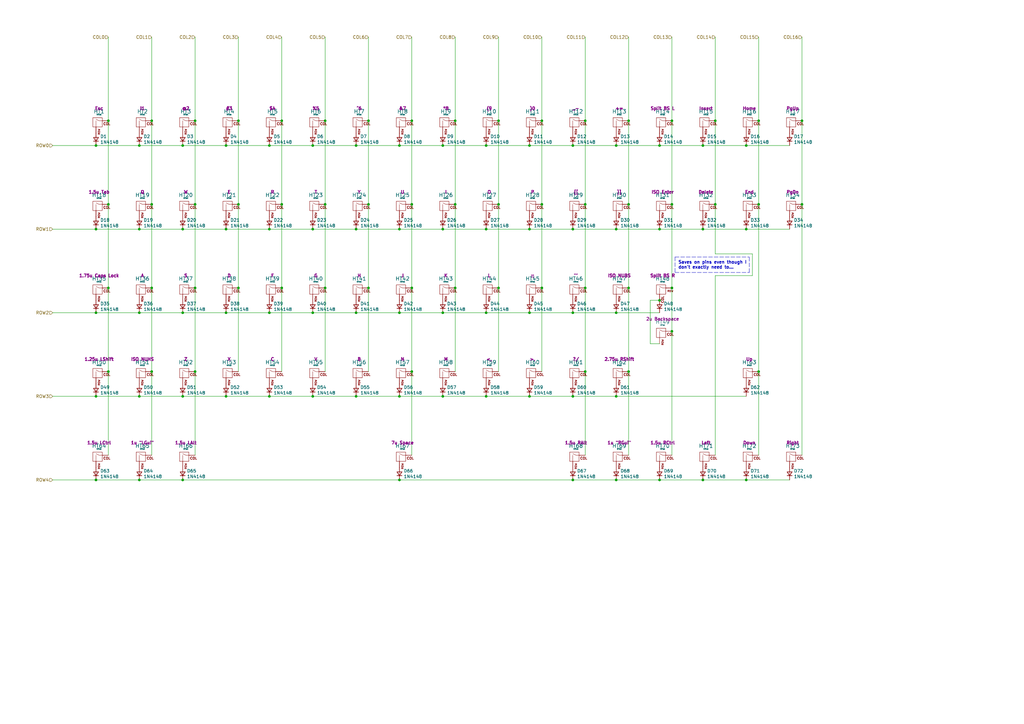
<source format=kicad_sch>
(kicad_sch (version 20211123) (generator eeschema)
  (paper "A3")
  (junction (at 39.37 196.85))
  (junction (at 44.45 49.53))
  (junction (at 146.05 162.56))
  (junction (at 240.03 49.53))
  (junction (at 128.27 59.69))
  (junction (at 186.69 49.53))
  (junction (at 275.59 83.82))
  (junction (at 74.93 162.56))
  (junction (at 257.81 49.53))
  (junction (at 181.61 162.56))
  (junction (at 222.25 83.82))
  (junction (at 234.95 196.85))
  (junction (at 199.39 162.56))
  (junction (at 115.57 83.82))
  (junction (at 133.35 49.53))
  (junction (at 217.17 128.27))
  (junction (at 115.57 118.11))
  (junction (at 181.61 59.69))
  (junction (at 44.45 152.4))
  (junction (at 270.51 196.85))
  (junction (at 222.25 49.53))
  (junction (at 39.37 162.56))
  (junction (at 168.91 152.4))
  (junction (at 92.71 128.27))
  (junction (at 163.83 93.98))
  (junction (at 240.03 152.4))
  (junction (at 328.93 83.82))
  (junction (at 92.71 59.69))
  (junction (at 39.37 59.69))
  (junction (at 128.27 162.56))
  (junction (at 74.93 59.69))
  (junction (at 252.73 59.69))
  (junction (at 74.93 128.27))
  (junction (at 39.37 93.98))
  (junction (at 151.13 83.82))
  (junction (at 62.23 49.53))
  (junction (at 328.93 49.53))
  (junction (at 128.27 93.98))
  (junction (at 110.49 128.27))
  (junction (at 146.05 93.98))
  (junction (at 62.23 152.4))
  (junction (at 57.15 128.27))
  (junction (at 151.13 118.11))
  (junction (at 199.39 93.98))
  (junction (at 133.35 118.11))
  (junction (at 146.05 59.69))
  (junction (at 257.81 83.82))
  (junction (at 163.83 59.69))
  (junction (at 57.15 196.85))
  (junction (at 270.51 123.19))
  (junction (at 168.91 49.53))
  (junction (at 257.81 152.4))
  (junction (at 234.95 59.69))
  (junction (at 110.49 93.98))
  (junction (at 288.29 196.85))
  (junction (at 275.59 118.11))
  (junction (at 163.83 196.85))
  (junction (at 62.23 118.11))
  (junction (at 270.51 59.69))
  (junction (at 240.03 118.11))
  (junction (at 252.73 128.27))
  (junction (at 311.15 49.53))
  (junction (at 74.93 196.85))
  (junction (at 293.37 83.82))
  (junction (at 92.71 93.98))
  (junction (at 92.71 162.56))
  (junction (at 252.73 93.98))
  (junction (at 57.15 93.98))
  (junction (at 240.03 83.82))
  (junction (at 44.45 83.82))
  (junction (at 252.73 162.56))
  (junction (at 62.23 83.82))
  (junction (at 97.79 49.53))
  (junction (at 151.13 49.53))
  (junction (at 181.61 93.98))
  (junction (at 252.73 196.85))
  (junction (at 181.61 128.27))
  (junction (at 288.29 59.69))
  (junction (at 110.49 162.56))
  (junction (at 80.01 152.4))
  (junction (at 168.91 83.82))
  (junction (at 39.37 128.27))
  (junction (at 163.83 162.56))
  (junction (at 288.29 93.98))
  (junction (at 275.59 135.89))
  (junction (at 217.17 59.69))
  (junction (at 74.93 93.98))
  (junction (at 257.81 118.11))
  (junction (at 57.15 162.56))
  (junction (at 146.05 128.27))
  (junction (at 234.95 93.98))
  (junction (at 217.17 162.56))
  (junction (at 270.51 93.98))
  (junction (at 80.01 49.53))
  (junction (at 204.47 83.82))
  (junction (at 80.01 118.11))
  (junction (at 234.95 162.56))
  (junction (at 234.95 128.27))
  (junction (at 186.69 83.82))
  (junction (at 44.45 118.11))
  (junction (at 168.91 118.11))
  (junction (at 133.35 83.82))
  (junction (at 311.15 152.4))
  (junction (at 128.27 128.27))
  (junction (at 97.79 118.11))
  (junction (at 57.15 59.69))
  (junction (at 311.15 83.82))
  (junction (at 163.83 128.27))
  (junction (at 97.79 83.82))
  (junction (at 186.69 118.11))
  (junction (at 293.37 49.53))
  (junction (at 306.07 93.98))
  (junction (at 275.59 49.53))
  (junction (at 222.25 118.11))
  (junction (at 110.49 59.69))
  (junction (at 115.57 49.53))
  (junction (at 199.39 59.69))
  (junction (at 217.17 93.98))
  (junction (at 306.07 196.85))
  (junction (at 80.01 83.82))
  (junction (at 204.47 118.11))
  (junction (at 204.47 49.53))
  (junction (at 306.07 59.69))
  (junction (at 199.39 128.27))
  (wire (pts (xy 270.51 128.27) (xy 252.73 128.27)))
  (wire (pts (xy 44.45 118.11) (xy 44.45 152.4)))
  (wire (pts (xy 257.81 15.24) (xy 257.81 49.53)))
  (wire (pts (xy 151.13 83.82) (xy 151.13 118.11)))
  (wire (pts (xy 39.37 128.27) (xy 21.59 128.27)))
  (wire (pts (xy 217.17 59.69) (xy 199.39 59.69)))
  (wire (pts (xy 57.15 196.85) (xy 39.37 196.85)))
  (wire (pts (xy 222.25 118.11) (xy 222.25 152.4)))
  (wire (pts (xy 234.95 93.98) (xy 217.17 93.98)))
  (wire (pts (xy 222.25 83.82) (xy 222.25 118.11)))
  (wire (pts (xy 74.93 196.85) (xy 163.83 196.85)))
  (wire (pts (xy 74.93 93.98) (xy 57.15 93.98)))
  (wire (pts (xy 186.69 83.82) (xy 186.69 118.11)))
  (wire (pts (xy 270.51 140.97) (xy 266.7 140.97)))
  (wire (pts (xy 151.13 49.53) (xy 151.13 83.82)))
  (wire (pts (xy 311.15 15.24) (xy 311.15 49.53)))
  (wire (pts (xy 181.61 128.27) (xy 163.83 128.27)))
  (wire (pts (xy 323.85 59.69) (xy 306.07 59.69)))
  (wire (pts (xy 266.7 140.97) (xy 266.7 123.19)))
  (wire (pts (xy 146.05 93.98) (xy 128.27 93.98)))
  (wire (pts (xy 328.93 15.24) (xy 328.93 49.53)))
  (wire (pts (xy 110.49 93.98) (xy 92.71 93.98)))
  (wire (pts (xy 44.45 15.24) (xy 44.45 49.53)))
  (wire (pts (xy 234.95 162.56) (xy 217.17 162.56)))
  (wire (pts (xy 80.01 49.53) (xy 80.01 83.82)))
  (wire (pts (xy 234.95 128.27) (xy 217.17 128.27)))
  (wire (pts (xy 57.15 93.98) (xy 39.37 93.98)))
  (wire (pts (xy 151.13 15.24) (xy 151.13 49.53)))
  (wire (pts (xy 204.47 15.24) (xy 204.47 49.53)))
  (wire (pts (xy 110.49 162.56) (xy 92.71 162.56)))
  (wire (pts (xy 328.93 49.53) (xy 328.93 83.82)))
  (wire (pts (xy 44.45 83.82) (xy 44.45 118.11)))
  (wire (pts (xy 275.59 15.24) (xy 275.59 49.53)))
  (polyline (pts (xy 307.34 111.76) (xy 307.34 105.41)))
  (wire (pts (xy 74.93 196.85) (xy 57.15 196.85)))
  (wire (pts (xy 293.37 104.14) (xy 308.61 104.14)))
  (wire (pts (xy 146.05 162.56) (xy 128.27 162.56)))
  (wire (pts (xy 92.71 128.27) (xy 74.93 128.27)))
  (wire (pts (xy 288.29 93.98) (xy 270.51 93.98)))
  (wire (pts (xy 293.37 15.24) (xy 293.37 49.53)))
  (wire (pts (xy 97.79 118.11) (xy 97.79 152.4)))
  (polyline (pts (xy 276.86 105.41) (xy 307.34 105.41)))
  (wire (pts (xy 168.91 118.11) (xy 168.91 152.4)))
  (wire (pts (xy 311.15 152.4) (xy 311.15 186.69)))
  (wire (pts (xy 257.81 118.11) (xy 257.81 152.4)))
  (wire (pts (xy 133.35 49.53) (xy 133.35 83.82)))
  (wire (pts (xy 293.37 113.03) (xy 293.37 186.69)))
  (wire (pts (xy 199.39 128.27) (xy 181.61 128.27)))
  (wire (pts (xy 270.51 93.98) (xy 252.73 93.98)))
  (wire (pts (xy 163.83 59.69) (xy 146.05 59.69)))
  (wire (pts (xy 240.03 152.4) (xy 240.03 186.69)))
  (wire (pts (xy 168.91 15.24) (xy 168.91 49.53)))
  (wire (pts (xy 204.47 49.53) (xy 204.47 83.82)))
  (wire (pts (xy 133.35 118.11) (xy 133.35 152.4)))
  (wire (pts (xy 62.23 83.82) (xy 62.23 118.11)))
  (wire (pts (xy 133.35 15.24) (xy 133.35 49.53)))
  (wire (pts (xy 168.91 83.82) (xy 168.91 118.11)))
  (wire (pts (xy 181.61 93.98) (xy 163.83 93.98)))
  (wire (pts (xy 115.57 83.82) (xy 115.57 118.11)))
  (wire (pts (xy 39.37 59.69) (xy 21.59 59.69)))
  (wire (pts (xy 44.45 49.53) (xy 44.45 83.82)))
  (wire (pts (xy 110.49 128.27) (xy 92.71 128.27)))
  (wire (pts (xy 252.73 128.27) (xy 234.95 128.27)))
  (wire (pts (xy 97.79 83.82) (xy 97.79 118.11)))
  (wire (pts (xy 80.01 83.82) (xy 80.01 118.11)))
  (wire (pts (xy 128.27 128.27) (xy 110.49 128.27)))
  (wire (pts (xy 252.73 196.85) (xy 234.95 196.85)))
  (wire (pts (xy 252.73 93.98) (xy 234.95 93.98)))
  (wire (pts (xy 39.37 162.56) (xy 21.59 162.56)))
  (wire (pts (xy 128.27 59.69) (xy 110.49 59.69)))
  (wire (pts (xy 240.03 118.11) (xy 240.03 152.4)))
  (wire (pts (xy 151.13 118.11) (xy 151.13 152.4)))
  (wire (pts (xy 74.93 128.27) (xy 57.15 128.27)))
  (wire (pts (xy 74.93 59.69) (xy 57.15 59.69)))
  (wire (pts (xy 97.79 49.53) (xy 97.79 83.82)))
  (wire (pts (xy 306.07 59.69) (xy 288.29 59.69)))
  (wire (pts (xy 128.27 93.98) (xy 110.49 93.98)))
  (wire (pts (xy 308.61 104.14) (xy 308.61 113.03)))
  (wire (pts (xy 266.7 123.19) (xy 270.51 123.19)))
  (wire (pts (xy 275.59 135.89) (xy 275.59 186.69)))
  (wire (pts (xy 217.17 93.98) (xy 199.39 93.98)))
  (wire (pts (xy 80.01 118.11) (xy 80.01 152.4)))
  (wire (pts (xy 240.03 49.53) (xy 240.03 83.82)))
  (wire (pts (xy 57.15 128.27) (xy 39.37 128.27)))
  (wire (pts (xy 257.81 49.53) (xy 257.81 83.82)))
  (wire (pts (xy 168.91 152.4) (xy 168.91 186.69)))
  (wire (pts (xy 217.17 162.56) (xy 199.39 162.56)))
  (wire (pts (xy 62.23 49.53) (xy 62.23 83.82)))
  (wire (pts (xy 199.39 93.98) (xy 181.61 93.98)))
  (wire (pts (xy 199.39 59.69) (xy 181.61 59.69)))
  (wire (pts (xy 199.39 162.56) (xy 181.61 162.56)))
  (wire (pts (xy 74.93 162.56) (xy 57.15 162.56)))
  (wire (pts (xy 240.03 83.82) (xy 240.03 118.11)))
  (wire (pts (xy 275.59 118.11) (xy 275.59 135.89)))
  (wire (pts (xy 328.93 83.82) (xy 328.93 186.69)))
  (wire (pts (xy 222.25 15.24) (xy 222.25 49.53)))
  (wire (pts (xy 204.47 83.82) (xy 204.47 118.11)))
  (wire (pts (xy 163.83 162.56) (xy 146.05 162.56)))
  (wire (pts (xy 181.61 162.56) (xy 163.83 162.56)))
  (wire (pts (xy 115.57 118.11) (xy 115.57 152.4)))
  (wire (pts (xy 252.73 162.56) (xy 306.07 162.56)))
  (wire (pts (xy 115.57 15.24) (xy 115.57 49.53)))
  (wire (pts (xy 128.27 162.56) (xy 110.49 162.56)))
  (wire (pts (xy 293.37 83.82) (xy 293.37 104.14)))
  (wire (pts (xy 110.49 59.69) (xy 92.71 59.69)))
  (wire (pts (xy 257.81 152.4) (xy 257.81 186.69)))
  (wire (pts (xy 270.51 196.85) (xy 252.73 196.85)))
  (wire (pts (xy 323.85 93.98) (xy 306.07 93.98)))
  (wire (pts (xy 270.51 59.69) (xy 252.73 59.69)))
  (wire (pts (xy 92.71 59.69) (xy 74.93 59.69)))
  (wire (pts (xy 288.29 196.85) (xy 270.51 196.85)))
  (wire (pts (xy 186.69 15.24) (xy 186.69 49.53)))
  (wire (pts (xy 306.07 196.85) (xy 288.29 196.85)))
  (wire (pts (xy 217.17 128.27) (xy 199.39 128.27)))
  (wire (pts (xy 62.23 15.24) (xy 62.23 49.53)))
  (wire (pts (xy 133.35 83.82) (xy 133.35 118.11)))
  (wire (pts (xy 163.83 128.27) (xy 146.05 128.27)))
  (wire (pts (xy 92.71 162.56) (xy 74.93 162.56)))
  (wire (pts (xy 163.83 196.85) (xy 234.95 196.85)))
  (wire (pts (xy 80.01 15.24) (xy 80.01 49.53)))
  (wire (pts (xy 288.29 59.69) (xy 270.51 59.69)))
  (wire (pts (xy 293.37 49.53) (xy 293.37 83.82)))
  (wire (pts (xy 80.01 152.4) (xy 80.01 186.69)))
  (wire (pts (xy 222.25 49.53) (xy 222.25 83.82)))
  (wire (pts (xy 57.15 59.69) (xy 39.37 59.69)))
  (wire (pts (xy 311.15 49.53) (xy 311.15 83.82)))
  (wire (pts (xy 181.61 59.69) (xy 163.83 59.69)))
  (wire (pts (xy 240.03 15.24) (xy 240.03 49.53)))
  (wire (pts (xy 186.69 118.11) (xy 186.69 152.4)))
  (polyline (pts (xy 276.86 111.76) (xy 307.34 111.76)))
  (wire (pts (xy 62.23 152.4) (xy 62.23 186.69)))
  (wire (pts (xy 146.05 59.69) (xy 128.27 59.69)))
  (wire (pts (xy 252.73 59.69) (xy 234.95 59.69)))
  (wire (pts (xy 252.73 162.56) (xy 234.95 162.56)))
  (wire (pts (xy 44.45 152.4) (xy 44.45 186.69)))
  (wire (pts (xy 186.69 49.53) (xy 186.69 83.82)))
  (wire (pts (xy 257.81 83.82) (xy 257.81 118.11)))
  (wire (pts (xy 168.91 49.53) (xy 168.91 83.82)))
  (wire (pts (xy 97.79 15.24) (xy 97.79 49.53)))
  (wire (pts (xy 306.07 93.98) (xy 288.29 93.98)))
  (wire (pts (xy 62.23 118.11) (xy 62.23 152.4)))
  (polyline (pts (xy 276.86 105.41) (xy 276.86 111.76)))
  (wire (pts (xy 39.37 93.98) (xy 21.59 93.98)))
  (wire (pts (xy 163.83 93.98) (xy 146.05 93.98)))
  (wire (pts (xy 308.61 113.03) (xy 293.37 113.03)))
  (wire (pts (xy 275.59 49.53) (xy 275.59 83.82)))
  (wire (pts (xy 57.15 162.56) (xy 39.37 162.56)))
  (wire (pts (xy 275.59 83.82) (xy 275.59 118.11)))
  (wire (pts (xy 311.15 83.82) (xy 311.15 152.4)))
  (wire (pts (xy 92.71 93.98) (xy 74.93 93.98)))
  (wire (pts (xy 323.85 196.85) (xy 306.07 196.85)))
  (wire (pts (xy 204.47 118.11) (xy 204.47 152.4)))
  (wire (pts (xy 234.95 59.69) (xy 217.17 59.69)))
  (wire (pts (xy 146.05 128.27) (xy 128.27 128.27)))
  (wire (pts (xy 39.37 196.85) (xy 21.59 196.85)))
  (wire (pts (xy 115.57 49.53) (xy 115.57 83.82)))
  (text "Saves on pins even though I\ndon't exactly need to..." (at 278.13 110.49 0) (effects (font (size 1.27 1.27) (thickness 0.254) bold) (justify left bottom)))
  (hierarchical_label "ROW0" (shape input) (at 21.59 59.69 180))
  (hierarchical_label "ROW2" (shape input) (at 21.59 128.27 180))
  (hierarchical_label "COL1" (shape input) (at 62.23 15.24 180))
  (hierarchical_label "COL16" (shape input) (at 328.93 15.24 180))
  (hierarchical_label "ROW3" (shape input) (at 21.59 162.56 180))
  (hierarchical_label "COL12" (shape input) (at 257.81 15.24 180))
  (hierarchical_label "COL14" (shape input) (at 293.37 15.24 180))
  (hierarchical_label "COL9" (shape input) (at 204.47 15.24 180))
  (hierarchical_label "COL4" (shape input) (at 115.57 15.24 180))
  (hierarchical_label "COL10" (shape input) (at 222.25 15.24 180))
  (hierarchical_label "COL13" (shape input) (at 275.59 15.24 180))
  (hierarchical_label "ROW1" (shape input) (at 21.59 93.98 180))
  (hierarchical_label "COL8" (shape input) (at 186.69 15.24 180))
  (hierarchical_label "COL3" (shape input) (at 97.79 15.24 180))
  (hierarchical_label "COL2" (shape input) (at 80.01 15.24 180))
  (hierarchical_label "COL11" (shape input) (at 240.03 15.24 180))
  (hierarchical_label "ROW4" (shape input) (at 21.59 196.85 180))
  (hierarchical_label "COL15" (shape input) (at 311.15 15.24 180))
  (hierarchical_label "COL5" (shape input) (at 133.35 15.24 180))
  (hierarchical_label "COL7" (shape input) (at 168.91 15.24 180))
  (hierarchical_label "COL0" (shape input) (at 44.45 15.24 180))
  (hierarchical_label "COL6" (shape input) (at 151.13 15.24 180))
  (symbol (lib_name "MX-NoLED_2") (lib_id "MX_Alps_Hybrid:MX-NoLED") (at 40.64 50.8 0) (unit 1) (in_bom no)
    (property "Reference" "HT1" (at 40.64 45.72 0) (effects (font (size 1.524 1.524))))
    (property "Value" "HiTek" (at 40.64 46.99 0) (effects (font (size 0.508 0.508))))
    (property "Footprint" "hitek725:Hitek725-1U" (effects hide))
    (property "Key" "Esc" (at 40.64 44.45 0) (effects (font bold)))
  )
  (symbol (lib_name "MX-NoLED_1") (lib_id "MX_Alps_Hybrid:MX-NoLED") (at 58.42 50.8 0) (unit 1) (in_bom no)
    (property "Reference" "HT2" (at 58.42 45.72 0) (effects (font (size 1.524 1.524))))
    (property "Value" "HiTek" (at 58.42 46.99 0) (effects (font (size 0.508 0.508))))
    (property "Footprint" "hitek725:Hitek725-1U" (effects hide))
    (property "Key" "!1" (at 58.42 44.45 0) (effects (font bold)))
  )
  (symbol (lib_id "Device:D_Small") (at 39.37 57.15 90) (unit 1)
    (property "Reference" "D1" (at 41.0972 55.9816 90) (effects (justify right)))
    (property "Value" "1N4148" (at 41.0972 58.293 90) (effects (justify right)))
    (property "Footprint" "random-keyboard-parts:D_SOD-123-Pretty" (effects hide))
  )
  (symbol (lib_id "Device:D_Small") (at 57.15 57.15 90) (unit 1)
    (property "Reference" "D2" (at 58.8772 55.9816 90) (effects (justify right)))
    (property "Value" "1N4148" (at 58.8772 58.293 90) (effects (justify right)))
    (property "Footprint" "random-keyboard-parts:D_SOD-123-Pretty" (effects hide))
  )
  (symbol (lib_name "MX-NoLED_5") (lib_id "MX_Alps_Hybrid:MX-NoLED") (at 76.2 187.96 0) (unit 1) (in_bom no)
    (property "Reference" "HT66" (at 76.2 182.88 0) (effects (font (size 1.524 1.524))))
    (property "Value" "HiTek" (at 76.2 184.15 0) (effects (font (size 0.508 0.508))))
    (property "Footprint" "hitek725:Hitek725-1.5U" (effects hide))
    (property "Key" "1.5u LAlt" (at 76.2 181.61 0) (effects (font bold)))
  )
  (symbol (lib_id "Device:D_Small") (at 74.93 91.44 90) (unit 1)
    (property "Reference" "D20" (at 76.6572 90.2716 90) (effects (justify right)))
    (property "Value" "1N4148" (at 76.6572 92.583 90) (effects (justify right)))
    (property "Footprint" "random-keyboard-parts:D_SOD-123-Pretty" (effects hide))
  )
  (symbol (lib_name "MX-NoLED_8") (lib_id "MX_Alps_Hybrid:MX-NoLED") (at 129.54 85.09 0) (unit 1) (in_bom no)
    (property "Reference" "HT23" (at 129.54 80.01 0) (effects (font (size 1.524 1.524))))
    (property "Value" "HiTek" (at 129.54 81.28 0) (effects (font (size 0.508 0.508))))
    (property "Footprint" "hitek725:Hitek725-1U" (effects hide))
    (property "Key" "T" (at 129.54 78.74 0) (effects (font bold)))
  )
  (symbol (lib_name "MX-NoLED_17") (lib_id "MX_Alps_Hybrid:MX-NoLED") (at 307.34 153.67 0) (unit 1) (in_bom no)
    (property "Reference" "HT63" (at 307.34 148.59 0) (effects (font (size 1.524 1.524))))
    (property "Value" "HiTek" (at 307.34 149.86 0) (effects (font (size 0.508 0.508))))
    (property "Footprint" "hitek725:Hitek725-1U" (effects hide))
    (property "Key" "Up" (at 307.34 147.32 0) (effects (font bold)))
  )
  (symbol (lib_name "MX-NoLED_9") (lib_id "MX_Alps_Hybrid:MX-NoLED") (at 147.32 153.67 0) (unit 1) (in_bom no)
    (property "Reference" "HT56" (at 147.32 148.59 0) (effects (font (size 1.524 1.524))))
    (property "Value" "HiTek" (at 147.32 149.86 0) (effects (font (size 0.508 0.508))))
    (property "Footprint" "hitek725:Hitek725-1U" (effects hide))
    (property "Key" "B" (at 147.32 147.32 0) (effects (font bold)))
  )
  (symbol (lib_id "Device:D_Small") (at 306.07 91.44 90) (unit 1)
    (property "Reference" "D33" (at 307.7972 90.2716 90) (effects (justify right)))
    (property "Value" "1N4148" (at 307.7972 92.583 90) (effects (justify right)))
    (property "Footprint" "random-keyboard-parts:D_SOD-123-Pretty" (effects hide))
  )
  (symbol (lib_name "MX-NoLED_13") (lib_id "MX_Alps_Hybrid:MX-NoLED") (at 218.44 153.67 0) (unit 1) (in_bom no)
    (property "Reference" "HT60" (at 218.44 148.59 0) (effects (font (size 1.524 1.524))))
    (property "Value" "HiTek" (at 218.44 149.86 0) (effects (font (size 0.508 0.508))))
    (property "Footprint" "hitek725:Hitek725-1U" (effects hide))
    (property "Key" ">." (at 218.44 147.32 0) (effects (font bold)))
  )
  (symbol (lib_id "Device:D_Small") (at 323.85 57.15 90) (unit 1)
    (property "Reference" "D17" (at 325.5772 55.9816 90) (effects (justify right)))
    (property "Value" "1N4148" (at 325.5772 58.293 90) (effects (justify right)))
    (property "Footprint" "random-keyboard-parts:D_SOD-123-Pretty" (effects hide))
  )
  (symbol (lib_name "MX-NoLED_7") (lib_id "MX_Alps_Hybrid:MX-NoLED") (at 111.76 85.09 0) (unit 1) (in_bom no)
    (property "Reference" "HT22" (at 111.76 80.01 0) (effects (font (size 1.524 1.524))))
    (property "Value" "HiTek" (at 111.76 81.28 0) (effects (font (size 0.508 0.508))))
    (property "Footprint" "hitek725:Hitek725-1U" (effects hide))
    (property "Key" "R" (at 111.76 78.74 0) (effects (font bold)))
  )
  (symbol (lib_name "MX-NoLED_16") (lib_id "MX_Alps_Hybrid:MX-NoLED") (at 271.78 137.16 0) (unit 1) (in_bom no)
    (property "Reference" "HT49" (at 271.78 132.08 0) (effects (font (size 1.524 1.524))))
    (property "Value" "HiTek" (at 271.78 133.35 0) (effects (font (size 0.508 0.508))))
    (property "Footprint" "hitek725:Hitek725-2U-DudPad" (effects hide))
    (property "Key" "2u Backspace" (at 271.78 130.81 0) (effects (font bold)))
  )
  (symbol (lib_name "MX-NoLED_1") (lib_id "MX_Alps_Hybrid:MX-NoLED") (at 58.42 119.38 0) (unit 1) (in_bom no)
    (property "Reference" "HT36" (at 58.42 114.3 0) (effects (font (size 1.524 1.524))))
    (property "Value" "HiTek" (at 58.42 115.57 0) (effects (font (size 0.508 0.508))))
    (property "Footprint" "hitek725:Hitek725-1U" (effects hide))
    (property "Key" "A" (at 58.42 113.03 0) (effects (font bold)))
  )
  (symbol (lib_name "MX-NoLED_9") (lib_id "MX_Alps_Hybrid:MX-NoLED") (at 147.32 50.8 0) (unit 1) (in_bom no)
    (property "Reference" "HT7" (at 147.32 45.72 0) (effects (font (size 1.524 1.524))))
    (property "Value" "HiTek" (at 147.32 46.99 0) (effects (font (size 0.508 0.508))))
    (property "Footprint" "hitek725:Hitek725-1U" (effects hide))
    (property "Key" "^6" (at 147.32 44.45 0) (effects (font bold)))
  )
  (symbol (lib_name "MX-NoLED_6") (lib_id "MX_Alps_Hybrid:MX-NoLED") (at 93.98 153.67 0) (unit 1) (in_bom no)
    (property "Reference" "HT53" (at 93.98 148.59 0) (effects (font (size 1.524 1.524))))
    (property "Value" "HiTek" (at 93.98 149.86 0) (effects (font (size 0.508 0.508))))
    (property "Footprint" "hitek725:Hitek725-1U" (effects hide))
    (property "Key" "X" (at 93.98 147.32 0) (effects (font bold)))
  )
  (symbol (lib_id "Device:D_Small") (at 146.05 160.02 90) (unit 1)
    (property "Reference" "D55" (at 147.7772 158.8516 90) (effects (justify right)))
    (property "Value" "1N4148" (at 147.7772 161.163 90) (effects (justify right)))
    (property "Footprint" "random-keyboard-parts:D_SOD-123-Pretty" (effects hide))
  )
  (symbol (lib_id "Device:D_Small") (at 217.17 91.44 90) (unit 1)
    (property "Reference" "D28" (at 218.8972 90.2716 90) (effects (justify right)))
    (property "Value" "1N4148" (at 218.8972 92.583 90) (effects (justify right)))
    (property "Footprint" "random-keyboard-parts:D_SOD-123-Pretty" (effects hide))
  )
  (symbol (lib_id "Device:D_Small") (at 234.95 125.73 90) (unit 1)
    (property "Reference" "D46" (at 236.6772 124.5616 90) (effects (justify right)))
    (property "Value" "1N4148" (at 236.6772 126.873 90) (effects (justify right)))
    (property "Footprint" "random-keyboard-parts:D_SOD-123-Pretty" (effects hide))
  )
  (symbol (lib_name "MX-NoLED_9") (lib_id "MX_Alps_Hybrid:MX-NoLED") (at 147.32 85.09 0) (unit 1) (in_bom no)
    (property "Reference" "HT24" (at 147.32 80.01 0) (effects (font (size 1.524 1.524))))
    (property "Value" "HiTek" (at 147.32 81.28 0) (effects (font (size 0.508 0.508))))
    (property "Footprint" "hitek725:Hitek725-1U" (effects hide))
    (property "Key" "Y" (at 147.32 78.74 0) (effects (font bold)))
  )
  (symbol (lib_name "MX-NoLED_5") (lib_id "MX_Alps_Hybrid:MX-NoLED") (at 76.2 50.8 0) (unit 1) (in_bom no)
    (property "Reference" "HT3" (at 76.2 45.72 0) (effects (font (size 1.524 1.524))))
    (property "Value" "HiTek" (at 76.2 46.99 0) (effects (font (size 0.508 0.508))))
    (property "Footprint" "hitek725:Hitek725-1U" (effects hide))
    (property "Key" "@2" (at 76.2 44.45 0) (effects (font bold)))
  )
  (symbol (lib_id "Device:D_Small") (at 323.85 91.44 90) (unit 1)
    (property "Reference" "D34" (at 325.5772 90.2716 90) (effects (justify right)))
    (property "Value" "1N4148" (at 325.5772 92.583 90) (effects (justify right)))
    (property "Footprint" "random-keyboard-parts:D_SOD-123-Pretty" (effects hide))
  )
  (symbol (lib_id "Device:D_Small") (at 74.93 125.73 90) (unit 1)
    (property "Reference" "D37" (at 76.6572 124.5616 90) (effects (justify right)))
    (property "Value" "1N4148" (at 76.6572 126.873 90) (effects (justify right)))
    (property "Footprint" "random-keyboard-parts:D_SOD-123-Pretty" (effects hide))
  )
  (symbol (lib_name "MX-NoLED_18") (lib_id "MX_Alps_Hybrid:MX-NoLED") (at 289.56 187.96 0) (unit 1) (in_bom no)
    (property "Reference" "HT71" (at 289.56 182.88 0) (effects (font (size 1.524 1.524))))
    (property "Value" "HiTek" (at 289.56 184.15 0) (effects (font (size 0.508 0.508))))
    (property "Footprint" "hitek725:Hitek725-1U" (effects hide))
    (property "Key" "Left" (at 289.56 181.61 0) (effects (font bold)))
  )
  (symbol (lib_id "Device:D_Small") (at 163.83 57.15 90) (unit 1)
    (property "Reference" "D8" (at 165.5572 55.9816 90) (effects (justify right)))
    (property "Value" "1N4148" (at 165.5572 58.293 90) (effects (justify right)))
    (property "Footprint" "random-keyboard-parts:D_SOD-123-Pretty" (effects hide))
  )
  (symbol (lib_id "Device:D_Small") (at 234.95 91.44 90) (unit 1)
    (property "Reference" "D29" (at 236.6772 90.2716 90) (effects (justify right)))
    (property "Value" "1N4148" (at 236.6772 92.583 90) (effects (justify right)))
    (property "Footprint" "random-keyboard-parts:D_SOD-123-Pretty" (effects hide))
  )
  (symbol (lib_name "MX-NoLED_15") (lib_id "MX_Alps_Hybrid:MX-NoLED") (at 236.22 187.96 0) (unit 1) (in_bom no)
    (property "Reference" "HT68" (at 236.22 182.88 0) (effects (font (size 1.524 1.524))))
    (property "Value" "HiTek" (at 236.22 184.15 0) (effects (font (size 0.508 0.508))))
    (property "Footprint" "hitek725:Hitek725-1.5U" (effects hide))
    (property "Key" "1.5u RAlt" (at 236.22 181.61 0) (effects (font bold)))
  )
  (symbol (lib_id "Device:D_Small") (at 39.37 194.31 90) (unit 1)
    (property "Reference" "D63" (at 41.0972 193.1416 90) (effects (justify right)))
    (property "Value" "1N4148" (at 41.0972 195.453 90) (effects (justify right)))
    (property "Footprint" "random-keyboard-parts:D_SOD-123-Pretty" (effects hide))
  )
  (symbol (lib_name "MX-NoLED_16") (lib_id "MX_Alps_Hybrid:MX-NoLED") (at 271.78 187.96 0) (unit 1) (in_bom no)
    (property "Reference" "HT70" (at 271.78 182.88 0) (effects (font (size 1.524 1.524))))
    (property "Value" "HiTek" (at 271.78 184.15 0) (effects (font (size 0.508 0.508))))
    (property "Footprint" "hitek725:Hitek725-1.5U" (effects hide))
    (property "Key" "1.5u RCtrl" (at 271.78 181.61 0) (effects (font bold)))
  )
  (symbol (lib_id "Device:D_Small") (at 252.73 125.73 90) (unit 1)
    (property "Reference" "D47" (at 254.4572 124.5616 90) (effects (justify right)))
    (property "Value" "1N4148" (at 254.4572 126.873 90) (effects (justify right)))
    (property "Footprint" "random-keyboard-parts:D_SOD-123-Pretty" (effects hide))
  )
  (symbol (lib_id "Device:D_Small") (at 57.15 91.44 90) (unit 1)
    (property "Reference" "D19" (at 58.8772 90.2716 90) (effects (justify right)))
    (property "Value" "1N4148" (at 58.8772 92.583 90) (effects (justify right)))
    (property "Footprint" "random-keyboard-parts:D_SOD-123-Pretty" (effects hide))
  )
  (symbol (lib_id "Device:D_Small") (at 270.51 91.44 90) (unit 1)
    (property "Reference" "D31" (at 272.2372 90.2716 90) (effects (justify right)))
    (property "Value" "1N4148" (at 272.2372 92.583 90) (effects (justify right)))
    (property "Footprint" "random-keyboard-parts:D_SOD-123-Pretty" (effects hide))
  )
  (symbol (lib_id "Device:D_Small") (at 306.07 57.15 90) (unit 1)
    (property "Reference" "D16" (at 307.7972 55.9816 90) (effects (justify right)))
    (property "Value" "1N4148" (at 307.7972 58.293 90) (effects (justify right)))
    (property "Footprint" "random-keyboard-parts:D_SOD-123-Pretty" (effects hide))
  )
  (symbol (lib_id "Device:D_Small") (at 163.83 91.44 90) (unit 1)
    (property "Reference" "D25" (at 165.5572 90.2716 90) (effects (justify right)))
    (property "Value" "1N4148" (at 165.5572 92.583 90) (effects (justify right)))
    (property "Footprint" "random-keyboard-parts:D_SOD-123-Pretty" (effects hide))
  )
  (symbol (lib_name "MX-NoLED_13") (lib_id "MX_Alps_Hybrid:MX-NoLED") (at 218.44 85.09 0) (unit 1) (in_bom no)
    (property "Reference" "HT28" (at 218.44 80.01 0) (effects (font (size 1.524 1.524))))
    (property "Value" "HiTek" (at 218.44 81.28 0) (effects (font (size 0.508 0.508))))
    (property "Footprint" "hitek725:Hitek725-1U" (effects hide))
    (property "Key" "P" (at 218.44 78.74 0) (effects (font bold)))
  )
  (symbol (lib_name "MX-NoLED_7") (lib_id "MX_Alps_Hybrid:MX-NoLED") (at 111.76 119.38 0) (unit 1) (in_bom no)
    (property "Reference" "HT39" (at 111.76 114.3 0) (effects (font (size 1.524 1.524))))
    (property "Value" "HiTek" (at 111.76 115.57 0) (effects (font (size 0.508 0.508))))
    (property "Footprint" "hitek725:Hitek725-1U" (effects hide))
    (property "Key" "F" (at 111.76 113.03 0) (effects (font bold)))
  )
  (symbol (lib_id "Device:D_Small") (at 74.93 57.15 90) (unit 1)
    (property "Reference" "D3" (at 76.6572 55.9816 90) (effects (justify right)))
    (property "Value" "1N4148" (at 76.6572 58.293 90) (effects (justify right)))
    (property "Footprint" "random-keyboard-parts:D_SOD-123-Pretty" (effects hide))
  )
  (symbol (lib_name "MX-NoLED_5") (lib_id "MX_Alps_Hybrid:MX-NoLED") (at 76.2 85.09 0) (unit 1) (in_bom no)
    (property "Reference" "HT20" (at 76.2 80.01 0) (effects (font (size 1.524 1.524))))
    (property "Value" "HiTek" (at 76.2 81.28 0) (effects (font (size 0.508 0.508))))
    (property "Footprint" "hitek725:Hitek725-1U" (effects hide))
    (property "Key" "W" (at 76.2 78.74 0) (effects (font bold)))
  )
  (symbol (lib_name "MX-NoLED_10") (lib_id "MX_Alps_Hybrid:MX-NoLED") (at 165.1 119.38 0) (unit 1) (in_bom no)
    (property "Reference" "HT42" (at 165.1 114.3 0) (effects (font (size 1.524 1.524))))
    (property "Value" "HiTek" (at 165.1 115.57 0) (effects (font (size 0.508 0.508))))
    (property "Footprint" "hitek725:Hitek725-1U" (effects hide))
    (property "Key" "J" (at 165.1 113.03 0) (effects (font bold)))
  )
  (symbol (lib_name "MX-NoLED_8") (lib_id "MX_Alps_Hybrid:MX-NoLED") (at 129.54 119.38 0) (unit 1) (in_bom no)
    (property "Reference" "HT40" (at 129.54 114.3 0) (effects (font (size 1.524 1.524))))
    (property "Value" "HiTek" (at 129.54 115.57 0) (effects (font (size 0.508 0.508))))
    (property "Footprint" "hitek725:Hitek725-1U" (effects hide))
    (property "Key" "G" (at 129.54 113.03 0) (effects (font bold)))
  )
  (symbol (lib_name "MX-NoLED_12") (lib_id "MX_Alps_Hybrid:MX-NoLED") (at 200.66 119.38 0) (unit 1) (in_bom no)
    (property "Reference" "HT44" (at 200.66 114.3 0) (effects (font (size 1.524 1.524))))
    (property "Value" "HiTek" (at 200.66 115.57 0) (effects (font (size 0.508 0.508))))
    (property "Footprint" "hitek725:Hitek725-1U" (effects hide))
    (property "Key" "L" (at 200.66 113.03 0) (effects (font bold)))
  )
  (symbol (lib_id "Device:D_Small") (at 92.71 160.02 90) (unit 1)
    (property "Reference" "D52" (at 94.4372 158.8516 90) (effects (justify right)))
    (property "Value" "1N4148" (at 94.4372 161.163 90) (effects (justify right)))
    (property "Footprint" "random-keyboard-parts:D_SOD-123-Pretty" (effects hide))
  )
  (symbol (lib_id "Device:D_Small") (at 234.95 194.31 90) (unit 1)
    (property "Reference" "D67" (at 236.6772 193.1416 90) (effects (justify right)))
    (property "Value" "1N4148" (at 236.6772 195.453 90) (effects (justify right)))
    (property "Footprint" "random-keyboard-parts:D_SOD-123-Pretty" (effects hide))
  )
  (symbol (lib_id "Device:D_Small") (at 234.95 160.02 90) (unit 1)
    (property "Reference" "D60" (at 236.6772 158.8516 90) (effects (justify right)))
    (property "Value" "1N4148" (at 236.6772 161.163 90) (effects (justify right)))
    (property "Footprint" "random-keyboard-parts:D_SOD-123-Pretty" (effects hide))
  )
  (symbol (lib_id "Device:D_Small") (at 270.51 57.15 90) (unit 1)
    (property "Reference" "D14" (at 272.2372 55.9816 90) (effects (justify right)))
    (property "Value" "1N4148" (at 272.2372 58.293 90) (effects (justify right)))
    (property "Footprint" "random-keyboard-parts:D_SOD-123-Pretty" (effects hide))
  )
  (symbol (lib_id "Device:D_Small") (at 110.49 91.44 90) (unit 1)
    (property "Reference" "D22" (at 112.2172 90.2716 90) (effects (justify right)))
    (property "Value" "1N4148" (at 112.2172 92.583 90) (effects (justify right)))
    (property "Footprint" "random-keyboard-parts:D_SOD-123-Pretty" (effects hide))
  )
  (symbol (lib_name "MX-NoLED_2") (lib_id "MX_Alps_Hybrid:MX-NoLED") (at 40.64 153.67 0) (unit 1) (in_bom no)
    (property "Reference" "HT50" (at 40.64 148.59 0) (effects (font (size 1.524 1.524))))
    (property "Value" "HiTek" (at 40.64 149.86 0) (effects (font (size 0.508 0.508))))
    (property "Footprint" "hitek725:Hitek725-1.25U" (effects hide))
    (property "Key" "1.25u LShift" (at 40.64 147.32 0) (effects (font bold)))
  )
  (symbol (lib_name "MX-NoLED_6") (lib_id "MX_Alps_Hybrid:MX-NoLED") (at 93.98 119.38 0) (unit 1) (in_bom no)
    (property "Reference" "HT38" (at 93.98 114.3 0) (effects (font (size 1.524 1.524))))
    (property "Value" "HiTek" (at 93.98 115.57 0) (effects (font (size 0.508 0.508))))
    (property "Footprint" "hitek725:Hitek725-1U" (effects hide))
    (property "Key" "D" (at 93.98 113.03 0) (effects (font bold)))
  )
  (symbol (lib_id "MX_Alps_Hybrid:MX-NoLED-FLIPPED") (at 271.78 119.38 0) (unit 1) (in_bom no)
    (property "Reference" "HT48" (at 271.78 114.3 0) (effects (font (size 1.524 1.524))))
    (property "Value" "HiTek" (at 271.78 115.57 0) (effects (font (size 0.508 0.508))))
    (property "Footprint" "hitek725:Hitek725-1U" (effects hide))
    (property "Key" "Split BS R" (at 271.78 113.03 0) (effects (font bold)))
  )
  (symbol (lib_name "MX-NoLED_13") (lib_id "MX_Alps_Hybrid:MX-NoLED") (at 218.44 119.38 0) (unit 1) (in_bom no)
    (property "Reference" "HT45" (at 218.44 114.3 0) (effects (font (size 1.524 1.524))))
    (property "Value" "HiTek" (at 218.44 115.57 0) (effects (font (size 0.508 0.508))))
    (property "Footprint" "hitek725:Hitek725-1U" (effects hide))
    (property "Key" ":;" (at 218.44 113.03 0) (effects (font bold)))
  )
  (symbol (lib_id "Device:D_Small") (at 181.61 125.73 90) (unit 1)
    (property "Reference" "D43" (at 183.3372 124.5616 90) (effects (justify right)))
    (property "Value" "1N4148" (at 183.3372 126.873 90) (effects (justify right)))
    (property "Footprint" "random-keyboard-parts:D_SOD-123-Pretty" (effects hide))
  )
  (symbol (lib_id "Device:D_Small") (at 146.05 57.15 90) (unit 1)
    (property "Reference" "D7" (at 147.7772 55.9816 90) (effects (justify right)))
    (property "Value" "1N4148" (at 147.7772 58.293 90) (effects (justify right)))
    (property "Footprint" "random-keyboard-parts:D_SOD-123-Pretty" (effects hide))
  )
  (symbol (lib_name "MX-NoLED_11") (lib_id "MX_Alps_Hybrid:MX-NoLED") (at 182.88 153.67 0) (unit 1) (in_bom no)
    (property "Reference" "HT58" (at 182.88 148.59 0) (effects (font (size 1.524 1.524))))
    (property "Value" "HiTek" (at 182.88 149.86 0) (effects (font (size 0.508 0.508))))
    (property "Footprint" "hitek725:Hitek725-1U" (effects hide))
    (property "Key" "M" (at 182.88 147.32 0) (effects (font bold)))
  )
  (symbol (lib_name "MX-NoLED_17") (lib_id "MX_Alps_Hybrid:MX-NoLED") (at 307.34 50.8 0) (unit 1) (in_bom no)
    (property "Reference" "HT16" (at 307.34 45.72 0) (effects (font (size 1.524 1.524))))
    (property "Value" "HiTek" (at 307.34 46.99 0) (effects (font (size 0.508 0.508))))
    (property "Footprint" "hitek725:Hitek725-1U" (effects hide))
    (property "Key" "Home" (at 307.34 44.45 0) (effects (font bold)))
  )
  (symbol (lib_name "MX-NoLED_5") (lib_id "MX_Alps_Hybrid:MX-NoLED") (at 76.2 119.38 0) (unit 1) (in_bom no)
    (property "Reference" "HT37" (at 76.2 114.3 0) (effects (font (size 1.524 1.524))))
    (property "Value" "HiTek" (at 76.2 115.57 0) (effects (font (size 0.508 0.508))))
    (property "Footprint" "hitek725:Hitek725-1U" (effects hide))
    (property "Key" "S" (at 76.2 113.03 0) (effects (font bold)))
  )
  (symbol (lib_name "MX-NoLED_12") (lib_id "MX_Alps_Hybrid:MX-NoLED") (at 200.66 85.09 0) (unit 1) (in_bom no)
    (property "Reference" "HT27" (at 200.66 80.01 0) (effects (font (size 1.524 1.524))))
    (property "Value" "HiTek" (at 200.66 81.28 0) (effects (font (size 0.508 0.508))))
    (property "Footprint" "hitek725:Hitek725-1U" (effects hide))
    (property "Key" "O" (at 200.66 78.74 0) (effects (font bold)))
  )
  (symbol (lib_name "MX-NoLED_14") (lib_id "MX_Alps_Hybrid:MX-NoLED") (at 254 153.67 0) (unit 1) (in_bom no)
    (property "Reference" "HT62" (at 254 148.59 0) (effects (font (size 1.524 1.524))))
    (property "Value" "HiTek" (at 254 149.86 0) (effects (font (size 0.508 0.508))))
    (property "Footprint" "hitek725:Hitek725-2.75U" (effects hide))
    (property "Key" "2.75u RShift" (at 254 147.32 0) (effects (font bold)))
  )
  (symbol (lib_name "MX-NoLED_7") (lib_id "MX_Alps_Hybrid:MX-NoLED") (at 111.76 50.8 0) (unit 1) (in_bom no)
    (property "Reference" "HT5" (at 111.76 45.72 0) (effects (font (size 1.524 1.524))))
    (property "Value" "HiTek" (at 111.76 46.99 0) (effects (font (size 0.508 0.508))))
    (property "Footprint" "hitek725:Hitek725-1U" (effects hide))
    (property "Key" "$4" (at 111.76 44.45 0) (effects (font bold)))
  )
  (symbol (lib_name "MX-NoLED_1") (lib_id "MX_Alps_Hybrid:MX-NoLED") (at 58.42 153.67 0) (unit 1) (in_bom no)
    (property "Reference" "HT51" (at 58.42 148.59 0) (effects (font (size 1.524 1.524))))
    (property "Value" "HiTek" (at 58.42 149.86 0) (effects (font (size 0.508 0.508))))
    (property "Footprint" "hitek725:Hitek725-1U" (effects hide))
    (property "Key" "ISO NUHS" (at 58.42 147.32 0) (effects (font bold)))
  )
  (symbol (lib_id "Device:D_Small") (at 252.73 160.02 90) (unit 1)
    (property "Reference" "D61" (at 254.4572 158.8516 90) (effects (justify right)))
    (property "Value" "1N4148" (at 254.4572 161.163 90) (effects (justify right)))
    (property "Footprint" "random-keyboard-parts:D_SOD-123-Pretty" (effects hide))
  )
  (symbol (lib_name "MX-NoLED_6") (lib_id "MX_Alps_Hybrid:MX-NoLED") (at 93.98 85.09 0) (unit 1) (in_bom no)
    (property "Reference" "HT21" (at 93.98 80.01 0) (effects (font (size 1.524 1.524))))
    (property "Value" "HiTek" (at 93.98 81.28 0) (effects (font (size 0.508 0.508))))
    (property "Footprint" "hitek725:Hitek725-1U" (effects hide))
    (property "Key" "E" (at 93.98 78.74 0) (effects (font bold)))
  )
  (symbol (lib_name "MX-NoLED_11") (lib_id "MX_Alps_Hybrid:MX-NoLED") (at 182.88 50.8 0) (unit 1) (in_bom no)
    (property "Reference" "HT9" (at 182.88 45.72 0) (effects (font (size 1.524 1.524))))
    (property "Value" "HiTek" (at 182.88 46.99 0) (effects (font (size 0.508 0.508))))
    (property "Footprint" "hitek725:Hitek725-1U" (effects hide))
    (property "Key" "*8" (at 182.88 44.45 0) (effects (font bold)))
  )
  (symbol (lib_id "MX_Alps_Hybrid:MX-NoLED") (at 271.78 50.8 0) (unit 1) (in_bom no)
    (property "Reference" "HT14" (at 271.78 45.72 0) (effects (font (size 1.524 1.524))))
    (property "Value" "HiTek" (at 271.78 46.99 0) (effects (font (size 0.508 0.508))))
    (property "Footprint" "hitek725:Hitek725-1U-DudPad" (effects hide))
    (property "Key" "Split BS L" (at 271.78 44.45 0) (effects (font bold)))
  )
  (symbol (lib_name "MX-NoLED_13") (lib_id "MX_Alps_Hybrid:MX-NoLED") (at 218.44 50.8 0) (unit 1) (in_bom no)
    (property "Reference" "HT11" (at 218.44 45.72 0) (effects (font (size 1.524 1.524))))
    (property "Value" "HiTek" (at 218.44 46.99 0) (effects (font (size 0.508 0.508))))
    (property "Footprint" "hitek725:Hitek725-1U" (effects hide))
    (property "Key" ")0" (at 218.44 44.45 0) (effects (font bold)))
  )
  (symbol (lib_name "MX-NoLED_5") (lib_id "MX_Alps_Hybrid:MX-NoLED") (at 76.2 153.67 0) (unit 1) (in_bom no)
    (property "Reference" "HT52" (at 76.2 148.59 0) (effects (font (size 1.524 1.524))))
    (property "Value" "HiTek" (at 76.2 149.86 0) (effects (font (size 0.508 0.508))))
    (property "Footprint" "hitek725:Hitek725-1U" (effects hide))
    (property "Key" "Z" (at 76.2 147.32 0) (effects (font bold)))
  )
  (symbol (lib_id "Device:D_Small") (at 74.93 160.02 90) (unit 1)
    (property "Reference" "D51" (at 76.6572 158.8516 90) (effects (justify right)))
    (property "Value" "1N4148" (at 76.6572 161.163 90) (effects (justify right)))
    (property "Footprint" "random-keyboard-parts:D_SOD-123-Pretty" (effects hide))
  )
  (symbol (lib_id "Device:D_Small") (at 199.39 125.73 90) (unit 1)
    (property "Reference" "D44" (at 201.1172 124.5616 90) (effects (justify right)))
    (property "Value" "1N4148" (at 201.1172 126.873 90) (effects (justify right)))
    (property "Footprint" "random-keyboard-parts:D_SOD-123-Pretty" (effects hide))
  )
  (symbol (lib_id "Device:D_Small") (at 128.27 57.15 90) (unit 1)
    (property "Reference" "D6" (at 129.9972 55.9816 90) (effects (justify right)))
    (property "Value" "1N4148" (at 129.9972 58.293 90) (effects (justify right)))
    (property "Footprint" "random-keyboard-parts:D_SOD-123-Pretty" (effects hide))
  )
  (symbol (lib_id "Device:D_Small") (at 252.73 194.31 90) (unit 1)
    (property "Reference" "D68" (at 254.4572 193.1416 90) (effects (justify right)))
    (property "Value" "1N4148" (at 254.4572 195.453 90) (effects (justify right)))
    (property "Footprint" "random-keyboard-parts:D_SOD-123-Pretty" (effects hide))
  )
  (symbol (lib_id "Device:D_Small") (at 270.51 125.73 90) (unit 1)
    (property "Reference" "D48" (at 272.2372 124.5616 90) (effects (justify right)))
    (property "Value" "1N4148" (at 272.2372 126.873 90) (effects (justify right)))
    (property "Footprint" "random-keyboard-parts:D_SOD-123-Pretty" (effects hide))
  )
  (symbol (lib_name "MX-NoLED_9") (lib_id "MX_Alps_Hybrid:MX-NoLED") (at 147.32 119.38 0) (unit 1) (in_bom no)
    (property "Reference" "HT41" (at 147.32 114.3 0) (effects (font (size 1.524 1.524))))
    (property "Value" "HiTek" (at 147.32 115.57 0) (effects (font (size 0.508 0.508))))
    (property "Footprint" "hitek725:Hitek725-1U" (effects hide))
    (property "Key" "H" (at 147.32 113.03 0) (effects (font bold)))
  )
  (symbol (lib_id "Device:D_Small") (at 288.29 194.31 90) (unit 1)
    (property "Reference" "D70" (at 290.0172 193.1416 90) (effects (justify right)))
    (property "Value" "1N4148" (at 290.0172 195.453 90) (effects (justify right)))
    (property "Footprint" "random-keyboard-parts:D_SOD-123-Pretty" (effects hide))
  )
  (symbol (lib_name "MX-NoLED_15") (lib_id "MX_Alps_Hybrid:MX-NoLED") (at 236.22 153.67 0) (unit 1) (in_bom no)
    (property "Reference" "HT61" (at 236.22 148.59 0) (effects (font (size 1.524 1.524))))
    (property "Value" "HiTek" (at 236.22 149.86 0) (effects (font (size 0.508 0.508))))
    (property "Footprint" "hitek725:Hitek725-1U" (effects hide))
    (property "Key" "?/" (at 236.22 147.32 0) (effects (font bold)))
  )
  (symbol (lib_name "MX-NoLED_8") (lib_id "MX_Alps_Hybrid:MX-NoLED") (at 129.54 153.67 0) (unit 1) (in_bom no)
    (property "Reference" "HT55" (at 129.54 148.59 0) (effects (font (size 1.524 1.524))))
    (property "Value" "HiTek" (at 129.54 149.86 0) (effects (font (size 0.508 0.508))))
    (property "Footprint" "hitek725:Hitek725-1U" (effects hide))
    (property "Key" "V" (at 129.54 147.32 0) (effects (font bold)))
  )
  (symbol (lib_id "Device:D_Small") (at 181.61 91.44 90) (unit 1)
    (property "Reference" "D26" (at 183.3372 90.2716 90) (effects (justify right)))
    (property "Value" "1N4148" (at 183.3372 92.583 90) (effects (justify right)))
    (property "Footprint" "random-keyboard-parts:D_SOD-123-Pretty" (effects hide))
  )
  (symbol (lib_id "Device:D_Small") (at 199.39 91.44 90) (unit 1)
    (property "Reference" "D27" (at 201.1172 90.2716 90) (effects (justify right)))
    (property "Value" "1N4148" (at 201.1172 92.583 90) (effects (justify right)))
    (property "Footprint" "random-keyboard-parts:D_SOD-123-Pretty" (effects hide))
  )
  (symbol (lib_name "MX-NoLED_18") (lib_id "MX_Alps_Hybrid:MX-NoLED") (at 289.56 85.09 0) (unit 1) (in_bom no)
    (property "Reference" "HT32" (at 289.56 80.01 0) (effects (font (size 1.524 1.524))))
    (property "Value" "HiTek" (at 289.56 81.28 0) (effects (font (size 0.508 0.508))))
    (property "Footprint" "hitek725:Hitek725-1U" (effects hide))
    (property "Key" "Delete" (at 289.56 78.74 0) (effects (font bold)))
  )
  (symbol (lib_name "MX-NoLED_17") (lib_id "MX_Alps_Hybrid:MX-NoLED") (at 307.34 187.96 0) (unit 1) (in_bom no)
    (property "Reference" "HT72" (at 307.34 182.88 0) (effects (font (size 1.524 1.524))))
    (property "Value" "HiTek" (at 307.34 184.15 0) (effects (font (size 0.508 0.508))))
    (property "Footprint" "hitek725:Hitek725-1U" (effects hide))
    (property "Key" "Down" (at 307.34 181.61 0) (effects (font bold)))
  )
  (symbol (lib_id "Device:D_Small") (at 39.37 160.02 90) (unit 1)
    (property "Reference" "D49" (at 41.0972 158.8516 90) (effects (justify right)))
    (property "Value" "1N4148" (at 41.0972 161.163 90) (effects (justify right)))
    (property "Footprint" "random-keyboard-parts:D_SOD-123-Pretty" (effects hide))
  )
  (symbol (lib_id "Device:D_Small") (at 181.61 57.15 90) (unit 1)
    (property "Reference" "D9" (at 183.3372 55.9816 90) (effects (justify right)))
    (property "Value" "1N4148" (at 183.3372 58.293 90) (effects (justify right)))
    (property "Footprint" "random-keyboard-parts:D_SOD-123-Pretty" (effects hide))
  )
  (symbol (lib_name "MX-NoLED_12") (lib_id "MX_Alps_Hybrid:MX-NoLED") (at 200.66 50.8 0) (unit 1) (in_bom no)
    (property "Reference" "HT10" (at 200.66 45.72 0) (effects (font (size 1.524 1.524))))
    (property "Value" "HiTek" (at 200.66 46.99 0) (effects (font (size 0.508 0.508))))
    (property "Footprint" "hitek725:Hitek725-1U" (effects hide))
    (property "Key" "(9" (at 200.66 44.45 0) (effects (font bold)))
  )
  (symbol (lib_id "Device:D_Small") (at 252.73 57.15 90) (unit 1)
    (property "Reference" "D13" (at 254.4572 55.9816 90) (effects (justify right)))
    (property "Value" "1N4148" (at 254.4572 58.293 90) (effects (justify right)))
    (property "Footprint" "random-keyboard-parts:D_SOD-123-Pretty" (effects hide))
  )
  (symbol (lib_name "MX-NoLED_10") (lib_id "MX_Alps_Hybrid:MX-NoLED") (at 165.1 50.8 0) (unit 1) (in_bom no)
    (property "Reference" "HT8" (at 165.1 45.72 0) (effects (font (size 1.524 1.524))))
    (property "Value" "HiTek" (at 165.1 46.99 0) (effects (font (size 0.508 0.508))))
    (property "Footprint" "hitek725:Hitek725-1U" (effects hide))
    (property "Key" "&7" (at 165.1 44.45 0) (effects (font bold)))
  )
  (symbol (lib_name "MX-NoLED_14") (lib_id "MX_Alps_Hybrid:MX-NoLED") (at 254 50.8 0) (unit 1) (in_bom no)
    (property "Reference" "HT13" (at 254 45.72 0) (effects (font (size 1.524 1.524))))
    (property "Value" "HiTek" (at 254 46.99 0) (effects (font (size 0.508 0.508))))
    (property "Footprint" "hitek725:Hitek725-1U" (effects hide))
    (property "Key" "+=" (at 254 44.45 0) (effects (font bold)))
  )
  (symbol (lib_id "Device:D_Small") (at 92.71 125.73 90) (unit 1)
    (property "Reference" "D38" (at 94.4372 124.5616 90) (effects (justify right)))
    (property "Value" "1N4148" (at 94.4372 126.873 90) (effects (justify right)))
    (property "Footprint" "random-keyboard-parts:D_SOD-123-Pretty" (effects hide))
  )
  (symbol (lib_id "Device:D_Small") (at 288.29 91.44 90) (unit 1)
    (property "Reference" "D32" (at 290.0172 90.2716 90) (effects (justify right)))
    (property "Value" "1N4148" (at 290.0172 92.583 90) (effects (justify right)))
    (property "Footprint" "random-keyboard-parts:D_SOD-123-Pretty" (effects hide))
  )
  (symbol (lib_name "MX-NoLED_9") (lib_id "MX_Alps_Hybrid:MX-NoLED") (at 165.1 187.96 0) (unit 1) (in_bom no)
    (property "Reference" "HT67" (at 165.1 182.88 0) (effects (font (size 1.524 1.524))))
    (property "Value" "HiTek" (at 165.1 184.15 0) (effects (font (size 0.508 0.508))))
    (property "Footprint" "hitek725:Hitek725-7U" (effects hide))
    (property "Key" "7u Space" (at 165.1 181.61 0) (effects (font bold)))
  )
  (symbol (lib_name "MX-NoLED_11") (lib_id "MX_Alps_Hybrid:MX-NoLED") (at 182.88 119.38 0) (unit 1) (in_bom no)
    (property "Reference" "HT43" (at 182.88 114.3 0) (effects (font (size 1.524 1.524))))
    (property "Value" "HiTek" (at 182.88 115.57 0) (effects (font (size 0.508 0.508))))
    (property "Footprint" "hitek725:Hitek725-1U" (effects hide))
    (property "Key" "K" (at 182.88 113.03 0) (effects (font bold)))
  )
  (symbol (lib_name "MX-NoLED_16") (lib_id "MX_Alps_Hybrid:MX-NoLED") (at 271.78 85.09 0) (unit 1) (in_bom no)
    (property "Reference" "HT31" (at 271.78 80.01 0) (effects (font (size 1.524 1.524))))
    (property "Value" "HiTek" (at 271.78 81.28 0) (effects (font (size 0.508 0.508))))
    (property "Footprint" "hitek725:Hitek725-ISO" (effects hide))
    (property "Key" "ISO Enter" (at 271.78 78.74 0) (effects (font bold)))
  )
  (symbol (lib_id "Device:D_Small") (at 217.17 57.15 90) (unit 1)
    (property "Reference" "D11" (at 218.8972 55.9816 90) (effects (justify right)))
    (property "Value" "1N4148" (at 218.8972 58.293 90) (effects (justify right)))
    (property "Footprint" "random-keyboard-parts:D_SOD-123-Pretty" (effects hide))
  )
  (symbol (lib_id "Device:D_Small") (at 163.83 160.02 90) (unit 1)
    (property "Reference" "D56" (at 165.5572 158.8516 90) (effects (justify right)))
    (property "Value" "1N4148" (at 165.5572 161.163 90) (effects (justify right)))
    (property "Footprint" "random-keyboard-parts:D_SOD-123-Pretty" (effects hide))
  )
  (symbol (lib_id "Device:D_Small") (at 128.27 125.73 90) (unit 1)
    (property "Reference" "D40" (at 129.9972 124.5616 90) (effects (justify right)))
    (property "Value" "1N4148" (at 129.9972 126.873 90) (effects (justify right)))
    (property "Footprint" "random-keyboard-parts:D_SOD-123-Pretty" (effects hide))
  )
  (symbol (lib_id "Device:D_Small") (at 74.93 194.31 90) (unit 1)
    (property "Reference" "D65" (at 76.6572 193.1416 90) (effects (justify right)))
    (property "Value" "1N4148" (at 76.6572 195.453 90) (effects (justify right)))
    (property "Footprint" "random-keyboard-parts:D_SOD-123-Pretty" (effects hide))
  )
  (symbol (lib_id "Device:D_Small") (at 199.39 57.15 90) (unit 1)
    (property "Reference" "D10" (at 201.1172 55.9816 90) (effects (justify right)))
    (property "Value" "1N4148" (at 201.1172 58.293 90) (effects (justify right)))
    (property "Footprint" "random-keyboard-parts:D_SOD-123-Pretty" (effects hide))
  )
  (symbol (lib_name "MX-NoLED_10") (lib_id "MX_Alps_Hybrid:MX-NoLED") (at 165.1 153.67 0) (unit 1) (in_bom no)
    (property "Reference" "HT57" (at 165.1 148.59 0) (effects (font (size 1.524 1.524))))
    (property "Value" "HiTek" (at 165.1 149.86 0) (effects (font (size 0.508 0.508))))
    (property "Footprint" "hitek725:Hitek725-1U" (effects hide))
    (property "Key" "N" (at 165.1 147.32 0) (effects (font bold)))
  )
  (symbol (lib_name "MX-NoLED_12") (lib_id "MX_Alps_Hybrid:MX-NoLED") (at 200.66 153.67 0) (unit 1) (in_bom no)
    (property "Reference" "HT59" (at 200.66 148.59 0) (effects (font (size 1.524 1.524))))
    (property "Value" "HiTek" (at 200.66 149.86 0) (effects (font (size 0.508 0.508))))
    (property "Footprint" "hitek725:Hitek725-1U" (effects hide))
    (property "Key" "<," (at 200.66 147.32 0) (effects (font bold)))
  )
  (symbol (lib_name "MX-NoLED_10") (lib_id "MX_Alps_Hybrid:MX-NoLED") (at 165.1 85.09 0) (unit 1) (in_bom no)
    (property "Reference" "HT25" (at 165.1 80.01 0) (effects (font (size 1.524 1.524))))
    (property "Value" "HiTek" (at 165.1 81.28 0) (effects (font (size 0.508 0.508))))
    (property "Footprint" "hitek725:Hitek725-1U" (effects hide))
    (property "Key" "U" (at 165.1 78.74 0) (effects (font bold)))
  )
  (symbol (lib_id "Device:D_Small") (at 146.05 125.73 90) (unit 1)
    (property "Reference" "D41" (at 147.7772 124.5616 90) (effects (justify right)))
    (property "Value" "1N4148" (at 147.7772 126.873 90) (effects (justify right)))
    (property "Footprint" "random-keyboard-parts:D_SOD-123-Pretty" (effects hide))
  )
  (symbol (lib_id "MX_Alps_Hybrid:MX-NoLED") (at 325.12 187.96 0) (unit 1) (in_bom no)
    (property "Reference" "HT73" (at 325.12 182.88 0) (effects (font (size 1.524 1.524))))
    (property "Value" "HiTek" (at 325.12 184.15 0) (effects (font (size 0.508 0.508))))
    (property "Footprint" "hitek725:Hitek725-1U" (effects hide))
    (property "Key" "Right" (at 325.12 181.61 0) (effects (font bold)))
  )
  (symbol (lib_name "MX-NoLED_14") (lib_id "MX_Alps_Hybrid:MX-NoLED") (at 254 119.38 0) (unit 1) (in_bom no)
    (property "Reference" "HT47" (at 254 114.3 0) (effects (font (size 1.524 1.524))))
    (property "Value" "HiTek" (at 254 115.57 0) (effects (font (size 0.508 0.508))))
    (property "Footprint" "hitek725:Hitek725-1U" (effects hide))
    (property "Key" "ISO NUBS" (at 254 113.03 0) (effects (font bold)))
  )
  (symbol (lib_id "Device:D_Small") (at 39.37 125.73 90) (unit 1)
    (property "Reference" "D35" (at 41.0972 124.5616 90) (effects (justify right)))
    (property "Value" "1N4148" (at 41.0972 126.873 90) (effects (justify right)))
    (property "Footprint" "random-keyboard-parts:D_SOD-123-Pretty" (effects hide))
  )
  (symbol (lib_name "MX-NoLED_1") (lib_id "MX_Alps_Hybrid:MX-NoLED") (at 58.42 85.09 0) (unit 1) (in_bom no)
    (property "Reference" "HT19" (at 58.42 80.01 0) (effects (font (size 1.524 1.524))))
    (property "Value" "HiTek" (at 58.42 81.28 0) (effects (font (size 0.508 0.508))))
    (property "Footprint" "hitek725:Hitek725-1U" (effects hide))
    (property "Key" "Q" (at 58.42 78.74 0) (effects (font bold)))
  )
  (symbol (lib_name "MX-NoLED_6") (lib_id "MX_Alps_Hybrid:MX-NoLED") (at 93.98 50.8 0) (unit 1) (in_bom no)
    (property "Reference" "HT4" (at 93.98 45.72 0) (effects (font (size 1.524 1.524))))
    (property "Value" "HiTek" (at 93.98 46.99 0) (effects (font (size 0.508 0.508))))
    (property "Footprint" "hitek725:Hitek725-1U" (effects hide))
    (property "Key" "#3" (at 93.98 44.45 0) (effects (font bold)))
  )
  (symbol (lib_id "MX_Alps_Hybrid:MX-NoLED") (at 325.12 50.8 0) (unit 1) (in_bom no)
    (property "Reference" "HT17" (at 325.12 45.72 0) (effects (font (size 1.524 1.524))))
    (property "Value" "HiTek" (at 325.12 46.99 0) (effects (font (size 0.508 0.508))))
    (property "Footprint" "hitek725:Hitek725-1U" (effects hide))
    (property "Key" "PgUp" (at 325.12 44.45 0) (effects (font bold)))
  )
  (symbol (lib_id "Device:D_Small") (at 217.17 125.73 90) (unit 1)
    (property "Reference" "D45" (at 218.8972 124.5616 90) (effects (justify right)))
    (property "Value" "1N4148" (at 218.8972 126.873 90) (effects (justify right)))
    (property "Footprint" "random-keyboard-parts:D_SOD-123-Pretty" (effects hide))
  )
  (symbol (lib_id "Device:D_Small") (at 57.15 194.31 90) (unit 1)
    (property "Reference" "D64" (at 58.8772 193.1416 90) (effects (justify right)))
    (property "Value" "1N4148" (at 58.8772 195.453 90) (effects (justify right)))
    (property "Footprint" "random-keyboard-parts:D_SOD-123-Pretty" (effects hide))
  )
  (symbol (lib_id "Device:D_Small") (at 92.71 91.44 90) (unit 1)
    (property "Reference" "D21" (at 94.4372 90.2716 90) (effects (justify right)))
    (property "Value" "1N4148" (at 94.4372 92.583 90) (effects (justify right)))
    (property "Footprint" "random-keyboard-parts:D_SOD-123-Pretty" (effects hide))
  )
  (symbol (lib_id "Device:D_Small") (at 128.27 91.44 90) (unit 1)
    (property "Reference" "D23" (at 129.9972 90.2716 90) (effects (justify right)))
    (property "Value" "1N4148" (at 129.9972 92.583 90) (effects (justify right)))
    (property "Footprint" "random-keyboard-parts:D_SOD-123-Pretty" (effects hide))
  )
  (symbol (lib_id "Device:D_Small") (at 252.73 91.44 90) (unit 1)
    (property "Reference" "D30" (at 254.4572 90.2716 90) (effects (justify right)))
    (property "Value" "1N4148" (at 254.4572 92.583 90) (effects (justify right)))
    (property "Footprint" "random-keyboard-parts:D_SOD-123-Pretty" (effects hide))
  )
  (symbol (lib_id "MX_Alps_Hybrid:MX-NoLED") (at 325.12 85.09 0) (unit 1) (in_bom no)
    (property "Reference" "HT34" (at 325.12 80.01 0) (effects (font (size 1.524 1.524))))
    (property "Value" "HiTek" (at 325.12 81.28 0) (effects (font (size 0.508 0.508))))
    (property "Footprint" "hitek725:Hitek725-1U" (effects hide))
    (property "Key" "PgDn" (at 325.12 78.74 0) (effects (font bold)))
  )
  (symbol (lib_name "MX-NoLED_8") (lib_id "MX_Alps_Hybrid:MX-NoLED") (at 129.54 50.8 0) (unit 1) (in_bom no)
    (property "Reference" "HT6" (at 129.54 45.72 0) (effects (font (size 1.524 1.524))))
    (property "Value" "HiTek" (at 129.54 46.99 0) (effects (font (size 0.508 0.508))))
    (property "Footprint" "hitek725:Hitek725-1U" (effects hide))
    (property "Key" "%5" (at 129.54 44.45 0) (effects (font bold)))
  )
  (symbol (lib_id "Device:D_Small") (at 199.39 160.02 90) (unit 1)
    (property "Reference" "D58" (at 201.1172 158.8516 90) (effects (justify right)))
    (property "Value" "1N4148" (at 201.1172 161.163 90) (effects (justify right)))
    (property "Footprint" "random-keyboard-parts:D_SOD-123-Pretty" (effects hide))
  )
  (symbol (lib_name "MX-NoLED_14") (lib_id "MX_Alps_Hybrid:MX-NoLED") (at 254 187.96 0) (unit 1) (in_bom no)
    (property "Reference" "HT69" (at 254 182.88 0) (effects (font (size 1.524 1.524))))
    (property "Value" "HiTek" (at 254 184.15 0) (effects (font (size 0.508 0.508))))
    (property "Footprint" "hitek725:Hitek725-1U" (effects hide))
    (property "Key" "1u \"RGui\"" (at 254 181.61 0) (effects (font bold)))
  )
  (symbol (lib_id "Device:D_Small") (at 92.71 57.15 90) (unit 1)
    (property "Reference" "D4" (at 94.4372 55.9816 90) (effects (justify right)))
    (property "Value" "1N4148" (at 94.4372 58.293 90) (effects (justify right)))
    (property "Footprint" "random-keyboard-parts:D_SOD-123-Pretty" (effects hide))
  )
  (symbol (lib_name "MX-NoLED_14") (lib_id "MX_Alps_Hybrid:MX-NoLED") (at 254 85.09 0) (unit 1) (in_bom no)
    (property "Reference" "HT30" (at 254 80.01 0) (effects (font (size 1.524 1.524))))
    (property "Value" "HiTek" (at 254 81.28 0) (effects (font (size 0.508 0.508))))
    (property "Footprint" "hitek725:Hitek725-1U" (effects hide))
    (property "Key" "}]" (at 254 78.74 0) (effects (font bold)))
  )
  (symbol (lib_id "Device:D_Small") (at 163.83 194.31 90) (unit 1)
    (property "Reference" "D66" (at 165.5572 193.1416 90) (effects (justify right)))
    (property "Value" "1N4148" (at 165.5572 195.453 90) (effects (justify right)))
    (property "Footprint" "random-keyboard-parts:D_SOD-123-Pretty" (effects hide))
  )
  (symbol (lib_id "Device:D_Small") (at 217.17 160.02 90) (unit 1)
    (property "Reference" "D59" (at 218.8972 158.8516 90) (effects (justify right)))
    (property "Value" "1N4148" (at 218.8972 161.163 90) (effects (justify right)))
    (property "Footprint" "random-keyboard-parts:D_SOD-123-Pretty" (effects hide))
  )
  (symbol (lib_id "Device:D_Small") (at 110.49 57.15 90) (unit 1)
    (property "Reference" "D5" (at 112.2172 55.9816 90) (effects (justify right)))
    (property "Value" "1N4148" (at 112.2172 58.293 90) (effects (justify right)))
    (property "Footprint" "random-keyboard-parts:D_SOD-123-Pretty" (effects hide))
  )
  (symbol (lib_id "Device:D_Small") (at 110.49 160.02 90) (unit 1)
    (property "Reference" "D53" (at 112.2172 158.8516 90) (effects (justify right)))
    (property "Value" "1N4148" (at 112.2172 161.163 90) (effects (justify right)))
    (property "Footprint" "random-keyboard-parts:D_SOD-123-Pretty" (effects hide))
  )
  (symbol (lib_name "MX-NoLED_15") (lib_id "MX_Alps_Hybrid:MX-NoLED") (at 236.22 119.38 0) (unit 1) (in_bom no)
    (property "Reference" "HT46" (at 236.22 114.3 0) (effects (font (size 1.524 1.524))))
    (property "Value" "HiTek" (at 236.22 115.57 0) (effects (font (size 0.508 0.508))))
    (property "Footprint" "hitek725:Hitek725-1U" (effects hide))
    (property "Key" "\"'" (at 236.22 113.03 0) (effects (font bold)))
  )
  (symbol (lib_name "MX-NoLED_1") (lib_id "MX_Alps_Hybrid:MX-NoLED") (at 58.42 187.96 0) (unit 1) (in_bom no)
    (property "Reference" "HT65" (at 58.42 182.88 0) (effects (font (size 1.524 1.524))))
    (property "Value" "HiTek" (at 58.42 184.15 0) (effects (font (size 0.508 0.508))))
    (property "Footprint" "hitek725:Hitek725-1U" (effects hide))
    (property "Key" "1u \"LGui\"" (at 58.42 181.61 0) (effects (font bold)))
  )
  (symbol (lib_id "Device:D_Small") (at 57.15 125.73 90) (unit 1)
    (property "Reference" "D36" (at 58.8772 124.5616 90) (effects (justify right)))
    (property "Value" "1N4148" (at 58.8772 126.873 90) (effects (justify right)))
    (property "Footprint" "random-keyboard-parts:D_SOD-123-Pretty" (effects hide))
  )
  (symbol (lib_id "Device:D_Small") (at 306.07 160.02 90) (unit 1)
    (property "Reference" "D62" (at 307.7972 158.8516 90) (effects (justify right)))
    (property "Value" "1N4148" (at 307.7972 161.163 90) (effects (justify right)))
    (property "Footprint" "random-keyboard-parts:D_SOD-123-Pretty" (effects hide))
  )
  (symbol (lib_name "MX-NoLED_15") (lib_id "MX_Alps_Hybrid:MX-NoLED") (at 236.22 85.09 0) (unit 1) (in_bom no)
    (property "Reference" "HT29" (at 236.22 80.01 0) (effects (font (size 1.524 1.524))))
    (property "Value" "HiTek" (at 236.22 81.28 0) (effects (font (size 0.508 0.508))))
    (property "Footprint" "hitek725:Hitek725-1U" (effects hide))
    (property "Key" "{[" (at 236.22 78.74 0) (effects (font bold)))
  )
  (symbol (lib_id "Device:D_Small") (at 128.27 160.02 90) (unit 1)
    (property "Reference" "D54" (at 129.9972 158.8516 90) (effects (justify right)))
    (property "Value" "1N4148" (at 129.9972 161.163 90) (effects (justify right)))
    (property "Footprint" "random-keyboard-parts:D_SOD-123-Pretty" (effects hide))
  )
  (symbol (lib_name "MX-NoLED_2") (lib_id "MX_Alps_Hybrid:MX-NoLED") (at 40.64 85.09 0) (unit 1) (in_bom no)
    (property "Reference" "HT18" (at 40.64 80.01 0) (effects (font (size 1.524 1.524))))
    (property "Value" "HiTek" (at 40.64 81.28 0) (effects (font (size 0.508 0.508))))
    (property "Footprint" "hitek725:Hitek725-1.5U" (effects hide))
    (property "Key" "1.5u Tab" (at 40.64 78.74 0) (effects (font bold)))
  )
  (symbol (lib_name "MX-NoLED_7") (lib_id "MX_Alps_Hybrid:MX-NoLED") (at 111.76 153.67 0) (unit 1) (in_bom no)
    (property "Reference" "HT54" (at 111.76 148.59 0) (effects (font (size 1.524 1.524))))
    (property "Value" "HiTek" (at 111.76 149.86 0) (effects (font (size 0.508 0.508))))
    (property "Footprint" "hitek725:Hitek725-1U" (effects hide))
    (property "Key" "C" (at 111.76 147.32 0) (effects (font bold)))
  )
  (symbol (lib_id "Device:D_Small") (at 110.49 125.73 90) (unit 1)
    (property "Reference" "D39" (at 112.2172 124.5616 90) (effects (justify right)))
    (property "Value" "1N4148" (at 112.2172 126.873 90) (effects (justify right)))
    (property "Footprint" "random-keyboard-parts:D_SOD-123-Pretty" (effects hide))
  )
  (symbol (lib_name "MX-NoLED_17") (lib_id "MX_Alps_Hybrid:MX-NoLED") (at 307.34 85.09 0) (unit 1) (in_bom no)
    (property "Reference" "HT33" (at 307.34 80.01 0) (effects (font (size 1.524 1.524))))
    (property "Value" "HiTek" (at 307.34 81.28 0) (effects (font (size 0.508 0.508))))
    (property "Footprint" "hitek725:Hitek725-1U" (effects hide))
    (property "Key" "End" (at 307.34 78.74 0) (effects (font bold)))
  )
  (symbol (lib_name "MX-NoLED_18") (lib_id "MX_Alps_Hybrid:MX-NoLED") (at 289.56 50.8 0) (unit 1) (in_bom no)
    (property "Reference" "HT15" (at 289.56 45.72 0) (effects (font (size 1.524 1.524))))
    (property "Value" "HiTek" (at 289.56 46.99 0) (effects (font (size 0.508 0.508))))
    (property "Footprint" "hitek725:Hitek725-1U" (effects hide))
    (property "Key" "Insert" (at 289.56 44.45 0) (effects (font bold)))
  )
  (symbol (lib_id "Device:D_Small") (at 288.29 57.15 90) (unit 1)
    (property "Reference" "D15" (at 290.0172 55.9816 90) (effects (justify right)))
    (property "Value" "1N4148" (at 290.0172 58.293 90) (effects (justify right)))
    (property "Footprint" "random-keyboard-parts:D_SOD-123-Pretty" (effects hide))
  )
  (symbol (lib_id "Device:D_Small") (at 146.05 91.44 90) (unit 1)
    (property "Reference" "D24" (at 147.7772 90.2716 90) (effects (justify right)))
    (property "Value" "1N4148" (at 147.7772 92.583 90) (effects (justify right)))
    (property "Footprint" "random-keyboard-parts:D_SOD-123-Pretty" (effects hide))
  )
  (symbol (lib_id "Device:D_Small") (at 39.37 91.44 90) (unit 1)
    (property "Reference" "D18" (at 41.0972 90.2716 90) (effects (justify right)))
    (property "Value" "1N4148" (at 41.0972 92.583 90) (effects (justify right)))
    (property "Footprint" "random-keyboard-parts:D_SOD-123-Pretty" (effects hide))
  )
  (symbol (lib_name "MX-NoLED_2") (lib_id "MX_Alps_Hybrid:MX-NoLED") (at 40.64 187.96 0) (unit 1) (in_bom no)
    (property "Reference" "HT64" (at 40.64 182.88 0) (effects (font (size 1.524 1.524))))
    (property "Value" "HiTek" (at 40.64 184.15 0) (effects (font (size 0.508 0.508))))
    (property "Footprint" "hitek725:Hitek725-1.5U" (effects hide))
    (property "Key" "1.5u LCtrl" (at 40.64 181.61 0) (effects (font bold)))
  )
  (symbol (lib_id "Device:D_Small") (at 234.95 57.15 90) (unit 1)
    (property "Reference" "D12" (at 236.6772 55.9816 90) (effects (justify right)))
    (property "Value" "1N4148" (at 236.6772 58.293 90) (effects (justify right)))
    (property "Footprint" "random-keyboard-parts:D_SOD-123-Pretty" (effects hide))
  )
  (symbol (lib_id "Device:D_Small") (at 57.15 160.02 90) (unit 1)
    (property "Reference" "D50" (at 58.8772 158.8516 90) (effects (justify right)))
    (property "Value" "1N4148" (at 58.8772 161.163 90) (effects (justify right)))
    (property "Footprint" "random-keyboard-parts:D_SOD-123-Pretty" (effects hide))
  )
  (symbol (lib_name "MX-NoLED_15") (lib_id "MX_Alps_Hybrid:MX-NoLED") (at 236.22 50.8 0) (unit 1) (in_bom no)
    (property "Reference" "HT12" (at 236.22 45.72 0) (effects (font (size 1.524 1.524))))
    (property "Value" "HiTek" (at 236.22 46.99 0) (effects (font (size 0.508 0.508))))
    (property "Footprint" "hitek725:Hitek725-1U" (effects hide))
    (property "Key" "_-" (at 236.22 44.45 0) (effects (font bold)))
  )
  (symbol (lib_id "Device:D_Small") (at 270.51 194.31 90) (unit 1)
    (property "Reference" "D69" (at 272.2372 193.1416 90) (effects (justify right)))
    (property "Value" "1N4148" (at 272.2372 195.453 90) (effects (justify right)))
    (property "Footprint" "random-keyboard-parts:D_SOD-123-Pretty" (effects hide))
  )
  (symbol (lib_id "Device:D_Small") (at 323.85 194.31 90) (unit 1)
    (property "Reference" "D72" (at 325.5772 193.1416 90) (effects (justify right)))
    (property "Value" "1N4148" (at 325.5772 195.453 90) (effects (justify right)))
    (property "Footprint" "random-keyboard-parts:D_SOD-123-Pretty" (effects hide))
  )
  (symbol (lib_id "Device:D_Small") (at 181.61 160.02 90) (unit 1)
    (property "Reference" "D57" (at 183.3372 158.8516 90) (effects (justify right)))
    (property "Value" "1N4148" (at 183.3372 161.163 90) (effects (justify right)))
    (property "Footprint" "random-keyboard-parts:D_SOD-123-Pretty" (effects hide))
  )
  (symbol (lib_id "Device:D_Small") (at 306.07 194.31 90) (unit 1)
    (property "Reference" "D71" (at 307.7972 193.1416 90) (effects (justify right)))
    (property "Value" "1N4148" (at 307.7972 195.453 90) (effects (justify right)))
    (property "Footprint" "random-keyboard-parts:D_SOD-123-Pretty" (effects hide))
  )
  (symbol (lib_id "Device:D_Small") (at 163.83 125.73 90) (unit 1)
    (property "Reference" "D42" (at 165.5572 124.5616 90) (effects (justify right)))
    (property "Value" "1N4148" (at 165.5572 126.873 90) (effects (justify right)))
    (property "Footprint" "random-keyboard-parts:D_SOD-123-Pretty" (effects hide))
  )
  (symbol (lib_name "MX-NoLED_2") (lib_id "MX_Alps_Hybrid:MX-NoLED") (at 40.64 119.38 0) (unit 1) (in_bom no)
    (property "Reference" "HT35" (at 40.64 114.3 0) (effects (font (size 1.524 1.524))))
    (property "Value" "HiTek" (at 40.64 115.57 0) (effects (font (size 0.508 0.508))))
    (property "Footprint" "hitek725:Hitek725-1.75U" (effects hide))
    (property "Key" "1.75u Caps Lock" (at 40.64 113.03 0) (effects (font bold)))
  )
  (symbol (lib_name "MX-NoLED_11") (lib_id "MX_Alps_Hybrid:MX-NoLED") (at 182.88 85.09 0) (unit 1) (in_bom no)
    (property "Reference" "HT26" (at 182.88 80.01 0) (effects (font (size 1.524 1.524))))
    (property "Value" "HiTek" (at 182.88 81.28 0) (effects (font (size 0.508 0.508))))
    (property "Footprint" "hitek725:Hitek725-1U" (effects hide))
    (property "Key" "I" (at 182.88 78.74 0) (effects (font bold)))
  )
)
</source>
